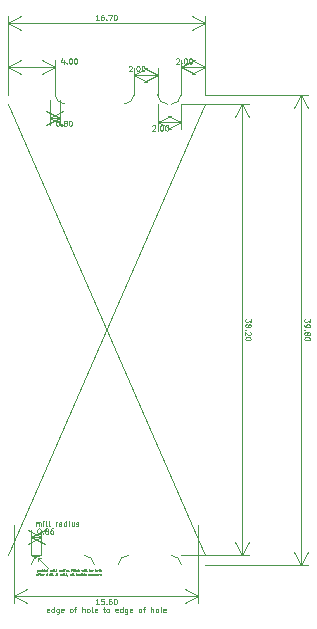
<source format=gbr>
G04 #@! TF.GenerationSoftware,KiCad,Pcbnew,5.1.4-e60b266~84~ubuntu19.04.1*
G04 #@! TF.CreationDate,2019-11-08T15:25:28-05:00*
G04 #@! TF.ProjectId,pcb2molex8878_max,70636232-6d6f-46c6-9578-383837385f6d,rev?*
G04 #@! TF.SameCoordinates,Original*
G04 #@! TF.FileFunction,Drawing*
%FSLAX46Y46*%
G04 Gerber Fmt 4.6, Leading zero omitted, Abs format (unit mm)*
G04 Created by KiCad (PCBNEW 5.1.4-e60b266~84~ubuntu19.04.1) date 2019-11-08 15:25:28*
%MOMM*%
%LPD*%
G04 APERTURE LIST*
%ADD10C,0.012700*%
%ADD11C,0.020000*%
%ADD12C,0.001000*%
%ADD13C,0.010000*%
G04 APERTURE END LIST*
D10*
X149123230Y-76897571D02*
X149145002Y-76875800D01*
X149188545Y-76854028D01*
X149297402Y-76854028D01*
X149340945Y-76875800D01*
X149362716Y-76897571D01*
X149384487Y-76941114D01*
X149384487Y-76984657D01*
X149362716Y-77049971D01*
X149101459Y-77311228D01*
X149384487Y-77311228D01*
X149580430Y-77267685D02*
X149602202Y-77289457D01*
X149580430Y-77311228D01*
X149558659Y-77289457D01*
X149580430Y-77267685D01*
X149580430Y-77311228D01*
X149885230Y-76854028D02*
X149928773Y-76854028D01*
X149972316Y-76875800D01*
X149994087Y-76897571D01*
X150015859Y-76941114D01*
X150037630Y-77028200D01*
X150037630Y-77137057D01*
X150015859Y-77224142D01*
X149994087Y-77267685D01*
X149972316Y-77289457D01*
X149928773Y-77311228D01*
X149885230Y-77311228D01*
X149841687Y-77289457D01*
X149819916Y-77267685D01*
X149798145Y-77224142D01*
X149776373Y-77137057D01*
X149776373Y-77028200D01*
X149798145Y-76941114D01*
X149819916Y-76897571D01*
X149841687Y-76875800D01*
X149885230Y-76854028D01*
X150320659Y-76854028D02*
X150364202Y-76854028D01*
X150407745Y-76875800D01*
X150429516Y-76897571D01*
X150451287Y-76941114D01*
X150473059Y-77028200D01*
X150473059Y-77137057D01*
X150451287Y-77224142D01*
X150429516Y-77267685D01*
X150407745Y-77289457D01*
X150364202Y-77311228D01*
X150320659Y-77311228D01*
X150277116Y-77289457D01*
X150255345Y-77267685D01*
X150233573Y-77224142D01*
X150211802Y-77137057D01*
X150211802Y-77028200D01*
X150233573Y-76941114D01*
X150255345Y-76897571D01*
X150277116Y-76875800D01*
X150320659Y-76854028D01*
X149568400Y-77587000D02*
X151568400Y-77587000D01*
X149568400Y-79287000D02*
X149568400Y-77000579D01*
X151568400Y-79287000D02*
X151568400Y-77000579D01*
X151568400Y-77587000D02*
X150441896Y-78173421D01*
X151568400Y-77587000D02*
X150441896Y-77000579D01*
X149568400Y-77587000D02*
X150694904Y-78173421D01*
X149568400Y-77587000D02*
X150694904Y-77000579D01*
X151123230Y-81912771D02*
X151145002Y-81891000D01*
X151188545Y-81869228D01*
X151297402Y-81869228D01*
X151340945Y-81891000D01*
X151362716Y-81912771D01*
X151384487Y-81956314D01*
X151384487Y-81999857D01*
X151362716Y-82065171D01*
X151101459Y-82326428D01*
X151384487Y-82326428D01*
X151580430Y-82282885D02*
X151602202Y-82304657D01*
X151580430Y-82326428D01*
X151558659Y-82304657D01*
X151580430Y-82282885D01*
X151580430Y-82326428D01*
X151885230Y-81869228D02*
X151928773Y-81869228D01*
X151972316Y-81891000D01*
X151994087Y-81912771D01*
X152015859Y-81956314D01*
X152037630Y-82043400D01*
X152037630Y-82152257D01*
X152015859Y-82239342D01*
X151994087Y-82282885D01*
X151972316Y-82304657D01*
X151928773Y-82326428D01*
X151885230Y-82326428D01*
X151841687Y-82304657D01*
X151819916Y-82282885D01*
X151798145Y-82239342D01*
X151776373Y-82152257D01*
X151776373Y-82043400D01*
X151798145Y-81956314D01*
X151819916Y-81912771D01*
X151841687Y-81891000D01*
X151885230Y-81869228D01*
X152320659Y-81869228D02*
X152364202Y-81869228D01*
X152407745Y-81891000D01*
X152429516Y-81912771D01*
X152451287Y-81956314D01*
X152473059Y-82043400D01*
X152473059Y-82152257D01*
X152451287Y-82239342D01*
X152429516Y-82282885D01*
X152407745Y-82304657D01*
X152364202Y-82326428D01*
X152320659Y-82326428D01*
X152277116Y-82304657D01*
X152255345Y-82282885D01*
X152233573Y-82239342D01*
X152211802Y-82152257D01*
X152211802Y-82043400D01*
X152233573Y-81956314D01*
X152255345Y-81912771D01*
X152277116Y-81891000D01*
X152320659Y-81869228D01*
X151568400Y-81637000D02*
X153568400Y-81637000D01*
X151568400Y-80087000D02*
X151568400Y-82223421D01*
X153568400Y-80087000D02*
X153568400Y-82223421D01*
X153568400Y-81637000D02*
X152441896Y-82223421D01*
X153568400Y-81637000D02*
X152441896Y-81050579D01*
X151568400Y-81637000D02*
X152694904Y-82223421D01*
X151568400Y-81637000D02*
X152694904Y-81050579D01*
X152428400Y-80087000D02*
G75*
G02X151568402Y-79284910I1J862089D01*
G01*
X149566315Y-79286855D02*
G75*
G02X148708400Y-80087000I-857915J59855D01*
G01*
X148218400Y-119087000D02*
G75*
G02X149076315Y-118286855I857915J-59855D01*
G01*
X145358400Y-118287000D02*
G75*
G02X146218398Y-119089090I-1J-862089D01*
G01*
D11*
X141418400Y-118487000D02*
X141668400Y-118487000D01*
X141418400Y-118487000D02*
X141418400Y-118737000D01*
X141418400Y-118487000D02*
X142318400Y-119387000D01*
D10*
X141294028Y-115793828D02*
X141294028Y-115489028D01*
X141294028Y-115532571D02*
X141315800Y-115510800D01*
X141359342Y-115489028D01*
X141424657Y-115489028D01*
X141468200Y-115510800D01*
X141489971Y-115554342D01*
X141489971Y-115793828D01*
X141489971Y-115554342D02*
X141511742Y-115510800D01*
X141555285Y-115489028D01*
X141620600Y-115489028D01*
X141664142Y-115510800D01*
X141685914Y-115554342D01*
X141685914Y-115793828D01*
X141903628Y-115793828D02*
X141903628Y-115489028D01*
X141903628Y-115336628D02*
X141881857Y-115358400D01*
X141903628Y-115380171D01*
X141925400Y-115358400D01*
X141903628Y-115336628D01*
X141903628Y-115380171D01*
X142186657Y-115793828D02*
X142143114Y-115772057D01*
X142121342Y-115728514D01*
X142121342Y-115336628D01*
X142426142Y-115793828D02*
X142382600Y-115772057D01*
X142360828Y-115728514D01*
X142360828Y-115336628D01*
X142948657Y-115793828D02*
X142948657Y-115489028D01*
X142948657Y-115576114D02*
X142970428Y-115532571D01*
X142992200Y-115510800D01*
X143035742Y-115489028D01*
X143079285Y-115489028D01*
X143427628Y-115793828D02*
X143427628Y-115554342D01*
X143405857Y-115510800D01*
X143362314Y-115489028D01*
X143275228Y-115489028D01*
X143231685Y-115510800D01*
X143427628Y-115772057D02*
X143384085Y-115793828D01*
X143275228Y-115793828D01*
X143231685Y-115772057D01*
X143209914Y-115728514D01*
X143209914Y-115684971D01*
X143231685Y-115641428D01*
X143275228Y-115619657D01*
X143384085Y-115619657D01*
X143427628Y-115597885D01*
X143841285Y-115793828D02*
X143841285Y-115336628D01*
X143841285Y-115772057D02*
X143797742Y-115793828D01*
X143710657Y-115793828D01*
X143667114Y-115772057D01*
X143645342Y-115750285D01*
X143623571Y-115706742D01*
X143623571Y-115576114D01*
X143645342Y-115532571D01*
X143667114Y-115510800D01*
X143710657Y-115489028D01*
X143797742Y-115489028D01*
X143841285Y-115510800D01*
X144059000Y-115793828D02*
X144059000Y-115489028D01*
X144059000Y-115336628D02*
X144037228Y-115358400D01*
X144059000Y-115380171D01*
X144080771Y-115358400D01*
X144059000Y-115336628D01*
X144059000Y-115380171D01*
X144472657Y-115489028D02*
X144472657Y-115793828D01*
X144276714Y-115489028D02*
X144276714Y-115728514D01*
X144298485Y-115772057D01*
X144342028Y-115793828D01*
X144407342Y-115793828D01*
X144450885Y-115772057D01*
X144472657Y-115750285D01*
X144668600Y-115772057D02*
X144712142Y-115793828D01*
X144799228Y-115793828D01*
X144842771Y-115772057D01*
X144864542Y-115728514D01*
X144864542Y-115706742D01*
X144842771Y-115663200D01*
X144799228Y-115641428D01*
X144733914Y-115641428D01*
X144690371Y-115619657D01*
X144668600Y-115576114D01*
X144668600Y-115554342D01*
X144690371Y-115510800D01*
X144733914Y-115489028D01*
X144799228Y-115489028D01*
X144842771Y-115510800D01*
X141385066Y-119977476D02*
X141385066Y-119872714D01*
X141375542Y-119853666D01*
X141356495Y-119844142D01*
X141318400Y-119844142D01*
X141299352Y-119853666D01*
X141385066Y-119967952D02*
X141366019Y-119977476D01*
X141318400Y-119977476D01*
X141299352Y-119967952D01*
X141289828Y-119948904D01*
X141289828Y-119929857D01*
X141299352Y-119910809D01*
X141318400Y-119901285D01*
X141366019Y-119901285D01*
X141385066Y-119891761D01*
X141451733Y-119844142D02*
X141527923Y-119844142D01*
X141480304Y-119977476D02*
X141480304Y-119806047D01*
X141489828Y-119787000D01*
X141508876Y-119777476D01*
X141527923Y-119777476D01*
X141566019Y-119844142D02*
X141642209Y-119844142D01*
X141594590Y-119777476D02*
X141594590Y-119948904D01*
X141604114Y-119967952D01*
X141623161Y-119977476D01*
X141642209Y-119977476D01*
X141785066Y-119967952D02*
X141766019Y-119977476D01*
X141727923Y-119977476D01*
X141708876Y-119967952D01*
X141699352Y-119948904D01*
X141699352Y-119872714D01*
X141708876Y-119853666D01*
X141727923Y-119844142D01*
X141766019Y-119844142D01*
X141785066Y-119853666D01*
X141794590Y-119872714D01*
X141794590Y-119891761D01*
X141699352Y-119910809D01*
X141880304Y-119977476D02*
X141880304Y-119844142D01*
X141880304Y-119882238D02*
X141889828Y-119863190D01*
X141899352Y-119853666D01*
X141918400Y-119844142D01*
X141937447Y-119844142D01*
X142242209Y-119977476D02*
X142242209Y-119777476D01*
X142242209Y-119967952D02*
X142223161Y-119977476D01*
X142185066Y-119977476D01*
X142166019Y-119967952D01*
X142156495Y-119958428D01*
X142146971Y-119939380D01*
X142146971Y-119882238D01*
X142156495Y-119863190D01*
X142166019Y-119853666D01*
X142185066Y-119844142D01*
X142223161Y-119844142D01*
X142242209Y-119853666D01*
X142337447Y-119977476D02*
X142337447Y-119844142D01*
X142337447Y-119882238D02*
X142346971Y-119863190D01*
X142356495Y-119853666D01*
X142375542Y-119844142D01*
X142394590Y-119844142D01*
X142461257Y-119977476D02*
X142461257Y-119844142D01*
X142461257Y-119777476D02*
X142451733Y-119787000D01*
X142461257Y-119796523D01*
X142470780Y-119787000D01*
X142461257Y-119777476D01*
X142461257Y-119796523D01*
X142585066Y-119977476D02*
X142566019Y-119967952D01*
X142556495Y-119948904D01*
X142556495Y-119777476D01*
X142689828Y-119977476D02*
X142670780Y-119967952D01*
X142661257Y-119948904D01*
X142661257Y-119777476D01*
X143080304Y-119977476D02*
X143070780Y-119977476D01*
X143051733Y-119967952D01*
X143023161Y-119939380D01*
X142975542Y-119882238D01*
X142956495Y-119853666D01*
X142946971Y-119825095D01*
X142946971Y-119806047D01*
X142956495Y-119787000D01*
X142975542Y-119777476D01*
X142985066Y-119777476D01*
X143004114Y-119787000D01*
X143013638Y-119806047D01*
X143013638Y-119815571D01*
X143004114Y-119834619D01*
X142994590Y-119844142D01*
X142937447Y-119882238D01*
X142927923Y-119891761D01*
X142918400Y-119910809D01*
X142918400Y-119939380D01*
X142927923Y-119958428D01*
X142937447Y-119967952D01*
X142956495Y-119977476D01*
X142985066Y-119977476D01*
X143004114Y-119967952D01*
X143013638Y-119958428D01*
X143042209Y-119920333D01*
X143051733Y-119891761D01*
X143051733Y-119872714D01*
X143318400Y-119977476D02*
X143318400Y-119844142D01*
X143318400Y-119863190D02*
X143327923Y-119853666D01*
X143346971Y-119844142D01*
X143375542Y-119844142D01*
X143394590Y-119853666D01*
X143404114Y-119872714D01*
X143404114Y-119977476D01*
X143404114Y-119872714D02*
X143413638Y-119853666D01*
X143432685Y-119844142D01*
X143461257Y-119844142D01*
X143480304Y-119853666D01*
X143489828Y-119872714D01*
X143489828Y-119977476D01*
X143585066Y-119977476D02*
X143585066Y-119844142D01*
X143585066Y-119777476D02*
X143575542Y-119787000D01*
X143585066Y-119796523D01*
X143594590Y-119787000D01*
X143585066Y-119777476D01*
X143585066Y-119796523D01*
X143708876Y-119977476D02*
X143689828Y-119967952D01*
X143680304Y-119948904D01*
X143680304Y-119777476D01*
X143813638Y-119977476D02*
X143794590Y-119967952D01*
X143785066Y-119948904D01*
X143785066Y-119777476D01*
X143899352Y-119967952D02*
X143899352Y-119977476D01*
X143889828Y-119996523D01*
X143880304Y-120006047D01*
X144223161Y-119977476D02*
X144223161Y-119872714D01*
X144213638Y-119853666D01*
X144194590Y-119844142D01*
X144156495Y-119844142D01*
X144137447Y-119853666D01*
X144223161Y-119967952D02*
X144204114Y-119977476D01*
X144156495Y-119977476D01*
X144137447Y-119967952D01*
X144127923Y-119948904D01*
X144127923Y-119929857D01*
X144137447Y-119910809D01*
X144156495Y-119901285D01*
X144204114Y-119901285D01*
X144223161Y-119891761D01*
X144346971Y-119977476D02*
X144327923Y-119967952D01*
X144318400Y-119948904D01*
X144318400Y-119777476D01*
X144451733Y-119977476D02*
X144432685Y-119967952D01*
X144423161Y-119948904D01*
X144423161Y-119777476D01*
X144680304Y-119977476D02*
X144680304Y-119844142D01*
X144680304Y-119777476D02*
X144670780Y-119787000D01*
X144680304Y-119796523D01*
X144689828Y-119787000D01*
X144680304Y-119777476D01*
X144680304Y-119796523D01*
X144775542Y-119844142D02*
X144775542Y-119977476D01*
X144775542Y-119863190D02*
X144785066Y-119853666D01*
X144804114Y-119844142D01*
X144832685Y-119844142D01*
X144851733Y-119853666D01*
X144861257Y-119872714D01*
X144861257Y-119977476D01*
X144946971Y-119967952D02*
X144966019Y-119977476D01*
X145004114Y-119977476D01*
X145023161Y-119967952D01*
X145032685Y-119948904D01*
X145032685Y-119939380D01*
X145023161Y-119920333D01*
X145004114Y-119910809D01*
X144975542Y-119910809D01*
X144956495Y-119901285D01*
X144946971Y-119882238D01*
X144946971Y-119872714D01*
X144956495Y-119853666D01*
X144975542Y-119844142D01*
X145004114Y-119844142D01*
X145023161Y-119853666D01*
X145118400Y-119977476D02*
X145118400Y-119844142D01*
X145118400Y-119777476D02*
X145108876Y-119787000D01*
X145118400Y-119796523D01*
X145127923Y-119787000D01*
X145118400Y-119777476D01*
X145118400Y-119796523D01*
X145299352Y-119977476D02*
X145299352Y-119777476D01*
X145299352Y-119967952D02*
X145280304Y-119977476D01*
X145242209Y-119977476D01*
X145223161Y-119967952D01*
X145213638Y-119958428D01*
X145204114Y-119939380D01*
X145204114Y-119882238D01*
X145213638Y-119863190D01*
X145223161Y-119853666D01*
X145242209Y-119844142D01*
X145280304Y-119844142D01*
X145299352Y-119853666D01*
X145470780Y-119967952D02*
X145451733Y-119977476D01*
X145413638Y-119977476D01*
X145394590Y-119967952D01*
X145385066Y-119948904D01*
X145385066Y-119872714D01*
X145394590Y-119853666D01*
X145413638Y-119844142D01*
X145451733Y-119844142D01*
X145470780Y-119853666D01*
X145480304Y-119872714D01*
X145480304Y-119891761D01*
X145385066Y-119910809D01*
X145804114Y-119967952D02*
X145785066Y-119977476D01*
X145746971Y-119977476D01*
X145727923Y-119967952D01*
X145718400Y-119958428D01*
X145708876Y-119939380D01*
X145708876Y-119882238D01*
X145718400Y-119863190D01*
X145727923Y-119853666D01*
X145746971Y-119844142D01*
X145785066Y-119844142D01*
X145804114Y-119853666D01*
X145918400Y-119977476D02*
X145899352Y-119967952D01*
X145889828Y-119958428D01*
X145880304Y-119939380D01*
X145880304Y-119882238D01*
X145889828Y-119863190D01*
X145899352Y-119853666D01*
X145918400Y-119844142D01*
X145946971Y-119844142D01*
X145966019Y-119853666D01*
X145975542Y-119863190D01*
X145985066Y-119882238D01*
X145985066Y-119939380D01*
X145975542Y-119958428D01*
X145966019Y-119967952D01*
X145946971Y-119977476D01*
X145918400Y-119977476D01*
X146070780Y-119977476D02*
X146070780Y-119844142D01*
X146070780Y-119882238D02*
X146080304Y-119863190D01*
X146089828Y-119853666D01*
X146108876Y-119844142D01*
X146127923Y-119844142D01*
X146194590Y-119844142D02*
X146194590Y-119977476D01*
X146194590Y-119863190D02*
X146204114Y-119853666D01*
X146223161Y-119844142D01*
X146251733Y-119844142D01*
X146270780Y-119853666D01*
X146280304Y-119872714D01*
X146280304Y-119977476D01*
X146451733Y-119967952D02*
X146432685Y-119977476D01*
X146394590Y-119977476D01*
X146375542Y-119967952D01*
X146366019Y-119948904D01*
X146366019Y-119872714D01*
X146375542Y-119853666D01*
X146394590Y-119844142D01*
X146432685Y-119844142D01*
X146451733Y-119853666D01*
X146461257Y-119872714D01*
X146461257Y-119891761D01*
X146366019Y-119910809D01*
X146546971Y-119977476D02*
X146546971Y-119844142D01*
X146546971Y-119882238D02*
X146556495Y-119863190D01*
X146566019Y-119853666D01*
X146585066Y-119844142D01*
X146604114Y-119844142D01*
X146661257Y-119967952D02*
X146680304Y-119977476D01*
X146718400Y-119977476D01*
X146737447Y-119967952D01*
X146746971Y-119948904D01*
X146746971Y-119939380D01*
X146737447Y-119920333D01*
X146718400Y-119910809D01*
X146689828Y-119910809D01*
X146670780Y-119901285D01*
X146661257Y-119882238D01*
X146661257Y-119872714D01*
X146670780Y-119853666D01*
X146689828Y-119844142D01*
X146718400Y-119844142D01*
X146737447Y-119853666D01*
X143619854Y-76356428D02*
X143619854Y-76661228D01*
X143510996Y-76182257D02*
X143402139Y-76508828D01*
X143685168Y-76508828D01*
X143859339Y-76617685D02*
X143881111Y-76639457D01*
X143859339Y-76661228D01*
X143837568Y-76639457D01*
X143859339Y-76617685D01*
X143859339Y-76661228D01*
X144164139Y-76204028D02*
X144207682Y-76204028D01*
X144251225Y-76225800D01*
X144272996Y-76247571D01*
X144294768Y-76291114D01*
X144316539Y-76378200D01*
X144316539Y-76487057D01*
X144294768Y-76574142D01*
X144272996Y-76617685D01*
X144251225Y-76639457D01*
X144207682Y-76661228D01*
X144164139Y-76661228D01*
X144120596Y-76639457D01*
X144098825Y-76617685D01*
X144077054Y-76574142D01*
X144055282Y-76487057D01*
X144055282Y-76378200D01*
X144077054Y-76291114D01*
X144098825Y-76247571D01*
X144120596Y-76225800D01*
X144164139Y-76204028D01*
X144599568Y-76204028D02*
X144643111Y-76204028D01*
X144686654Y-76225800D01*
X144708425Y-76247571D01*
X144730196Y-76291114D01*
X144751968Y-76378200D01*
X144751968Y-76487057D01*
X144730196Y-76574142D01*
X144708425Y-76617685D01*
X144686654Y-76639457D01*
X144643111Y-76661228D01*
X144599568Y-76661228D01*
X144556025Y-76639457D01*
X144534254Y-76617685D01*
X144512482Y-76574142D01*
X144490711Y-76487057D01*
X144490711Y-76378200D01*
X144512482Y-76291114D01*
X144534254Y-76247571D01*
X144556025Y-76225800D01*
X144599568Y-76204028D01*
X138868399Y-76937001D02*
X142868400Y-76937000D01*
X138868400Y-79287000D02*
X138868399Y-76350580D01*
X142868401Y-79286999D02*
X142868400Y-76350579D01*
X142868400Y-76937000D02*
X141741896Y-77523421D01*
X142868400Y-76937000D02*
X141741896Y-76350580D01*
X138868399Y-76937001D02*
X139994903Y-77523421D01*
X138868399Y-76937001D02*
X139994903Y-76350580D01*
X141332685Y-119494142D02*
X141332685Y-119694142D01*
X141332685Y-119503666D02*
X141351733Y-119494142D01*
X141389828Y-119494142D01*
X141408876Y-119503666D01*
X141418400Y-119513190D01*
X141427923Y-119532238D01*
X141427923Y-119589380D01*
X141418400Y-119608428D01*
X141408876Y-119617952D01*
X141389828Y-119627476D01*
X141351733Y-119627476D01*
X141332685Y-119617952D01*
X141599352Y-119627476D02*
X141599352Y-119522714D01*
X141589828Y-119503666D01*
X141570780Y-119494142D01*
X141532685Y-119494142D01*
X141513638Y-119503666D01*
X141599352Y-119617952D02*
X141580304Y-119627476D01*
X141532685Y-119627476D01*
X141513638Y-119617952D01*
X141504114Y-119598904D01*
X141504114Y-119579857D01*
X141513638Y-119560809D01*
X141532685Y-119551285D01*
X141580304Y-119551285D01*
X141599352Y-119541761D01*
X141694590Y-119627476D02*
X141694590Y-119494142D01*
X141694590Y-119532238D02*
X141704114Y-119513190D01*
X141713638Y-119503666D01*
X141732685Y-119494142D01*
X141751733Y-119494142D01*
X141789828Y-119494142D02*
X141866019Y-119494142D01*
X141818400Y-119427476D02*
X141818400Y-119598904D01*
X141827923Y-119617952D01*
X141846971Y-119627476D01*
X141866019Y-119627476D01*
X141932685Y-119627476D02*
X141932685Y-119494142D01*
X141932685Y-119427476D02*
X141923161Y-119437000D01*
X141932685Y-119446523D01*
X141942209Y-119437000D01*
X141932685Y-119427476D01*
X141932685Y-119446523D01*
X142113638Y-119627476D02*
X142113638Y-119522714D01*
X142104114Y-119503666D01*
X142085066Y-119494142D01*
X142046971Y-119494142D01*
X142027923Y-119503666D01*
X142113638Y-119617952D02*
X142094590Y-119627476D01*
X142046971Y-119627476D01*
X142027923Y-119617952D01*
X142018400Y-119598904D01*
X142018400Y-119579857D01*
X142027923Y-119560809D01*
X142046971Y-119551285D01*
X142094590Y-119551285D01*
X142113638Y-119541761D01*
X142237447Y-119627476D02*
X142218400Y-119617952D01*
X142208876Y-119598904D01*
X142208876Y-119427476D01*
X142466019Y-119627476D02*
X142466019Y-119494142D01*
X142466019Y-119513190D02*
X142475542Y-119503666D01*
X142494590Y-119494142D01*
X142523161Y-119494142D01*
X142542209Y-119503666D01*
X142551733Y-119522714D01*
X142551733Y-119627476D01*
X142551733Y-119522714D02*
X142561257Y-119503666D01*
X142580304Y-119494142D01*
X142608876Y-119494142D01*
X142627923Y-119503666D01*
X142637447Y-119522714D01*
X142637447Y-119627476D01*
X142732685Y-119627476D02*
X142732685Y-119494142D01*
X142732685Y-119427476D02*
X142723161Y-119437000D01*
X142732685Y-119446523D01*
X142742209Y-119437000D01*
X142732685Y-119427476D01*
X142732685Y-119446523D01*
X142856495Y-119627476D02*
X142837447Y-119617952D01*
X142827923Y-119598904D01*
X142827923Y-119427476D01*
X142961257Y-119627476D02*
X142942209Y-119617952D01*
X142932685Y-119598904D01*
X142932685Y-119427476D01*
X143189828Y-119627476D02*
X143189828Y-119494142D01*
X143189828Y-119532238D02*
X143199352Y-119513190D01*
X143208876Y-119503666D01*
X143227923Y-119494142D01*
X143246971Y-119494142D01*
X143399352Y-119627476D02*
X143399352Y-119522714D01*
X143389828Y-119503666D01*
X143370780Y-119494142D01*
X143332685Y-119494142D01*
X143313638Y-119503666D01*
X143399352Y-119617952D02*
X143380304Y-119627476D01*
X143332685Y-119627476D01*
X143313638Y-119617952D01*
X143304114Y-119598904D01*
X143304114Y-119579857D01*
X143313638Y-119560809D01*
X143332685Y-119551285D01*
X143380304Y-119551285D01*
X143399352Y-119541761D01*
X143580304Y-119627476D02*
X143580304Y-119427476D01*
X143580304Y-119617952D02*
X143561257Y-119627476D01*
X143523161Y-119627476D01*
X143504114Y-119617952D01*
X143494590Y-119608428D01*
X143485066Y-119589380D01*
X143485066Y-119532238D01*
X143494590Y-119513190D01*
X143504114Y-119503666D01*
X143523161Y-119494142D01*
X143561257Y-119494142D01*
X143580304Y-119503666D01*
X143675542Y-119627476D02*
X143675542Y-119494142D01*
X143675542Y-119427476D02*
X143666019Y-119437000D01*
X143675542Y-119446523D01*
X143685066Y-119437000D01*
X143675542Y-119427476D01*
X143675542Y-119446523D01*
X143856495Y-119494142D02*
X143856495Y-119627476D01*
X143770780Y-119494142D02*
X143770780Y-119598904D01*
X143780304Y-119617952D01*
X143799352Y-119627476D01*
X143827923Y-119627476D01*
X143846971Y-119617952D01*
X143856495Y-119608428D01*
X143942209Y-119617952D02*
X143961257Y-119627476D01*
X143999352Y-119627476D01*
X144018400Y-119617952D01*
X144027923Y-119598904D01*
X144027923Y-119589380D01*
X144018400Y-119570333D01*
X143999352Y-119560809D01*
X143970780Y-119560809D01*
X143951733Y-119551285D01*
X143942209Y-119532238D01*
X143942209Y-119522714D01*
X143951733Y-119503666D01*
X143970780Y-119494142D01*
X143999352Y-119494142D01*
X144018400Y-119503666D01*
X144237447Y-119494142D02*
X144313638Y-119494142D01*
X144266019Y-119627476D02*
X144266019Y-119456047D01*
X144275542Y-119437000D01*
X144294590Y-119427476D01*
X144313638Y-119427476D01*
X144380304Y-119627476D02*
X144380304Y-119494142D01*
X144380304Y-119427476D02*
X144370780Y-119437000D01*
X144380304Y-119446523D01*
X144389828Y-119437000D01*
X144380304Y-119427476D01*
X144380304Y-119446523D01*
X144504114Y-119627476D02*
X144485066Y-119617952D01*
X144475542Y-119598904D01*
X144475542Y-119427476D01*
X144608876Y-119627476D02*
X144589828Y-119617952D01*
X144580304Y-119598904D01*
X144580304Y-119427476D01*
X144761257Y-119617952D02*
X144742209Y-119627476D01*
X144704114Y-119627476D01*
X144685066Y-119617952D01*
X144675542Y-119598904D01*
X144675542Y-119522714D01*
X144685066Y-119503666D01*
X144704114Y-119494142D01*
X144742209Y-119494142D01*
X144761257Y-119503666D01*
X144770780Y-119522714D01*
X144770780Y-119541761D01*
X144675542Y-119560809D01*
X144827923Y-119494142D02*
X144904114Y-119494142D01*
X144856495Y-119427476D02*
X144856495Y-119598904D01*
X144866019Y-119617952D01*
X144885066Y-119627476D01*
X144904114Y-119627476D01*
X145104114Y-119494142D02*
X145142209Y-119627476D01*
X145180304Y-119532238D01*
X145218400Y-119627476D01*
X145256495Y-119494142D01*
X145332685Y-119627476D02*
X145332685Y-119494142D01*
X145332685Y-119427476D02*
X145323161Y-119437000D01*
X145332685Y-119446523D01*
X145342209Y-119437000D01*
X145332685Y-119427476D01*
X145332685Y-119446523D01*
X145456495Y-119627476D02*
X145437447Y-119617952D01*
X145427923Y-119598904D01*
X145427923Y-119427476D01*
X145561257Y-119627476D02*
X145542209Y-119617952D01*
X145532685Y-119598904D01*
X145532685Y-119427476D01*
X145789828Y-119627476D02*
X145789828Y-119427476D01*
X145789828Y-119503666D02*
X145808876Y-119494142D01*
X145846971Y-119494142D01*
X145866019Y-119503666D01*
X145875542Y-119513190D01*
X145885066Y-119532238D01*
X145885066Y-119589380D01*
X145875542Y-119608428D01*
X145866019Y-119617952D01*
X145846971Y-119627476D01*
X145808876Y-119627476D01*
X145789828Y-119617952D01*
X146046971Y-119617952D02*
X146027923Y-119627476D01*
X145989828Y-119627476D01*
X145970780Y-119617952D01*
X145961257Y-119598904D01*
X145961257Y-119522714D01*
X145970780Y-119503666D01*
X145989828Y-119494142D01*
X146027923Y-119494142D01*
X146046971Y-119503666D01*
X146056495Y-119522714D01*
X146056495Y-119541761D01*
X145961257Y-119560809D01*
X146323161Y-119627476D02*
X146304114Y-119617952D01*
X146294590Y-119598904D01*
X146294590Y-119427476D01*
X146475542Y-119617952D02*
X146456495Y-119627476D01*
X146418400Y-119627476D01*
X146399352Y-119617952D01*
X146389828Y-119598904D01*
X146389828Y-119522714D01*
X146399352Y-119503666D01*
X146418400Y-119494142D01*
X146456495Y-119494142D01*
X146475542Y-119503666D01*
X146485066Y-119522714D01*
X146485066Y-119541761D01*
X146389828Y-119560809D01*
X146542209Y-119494142D02*
X146618400Y-119494142D01*
X146570780Y-119627476D02*
X146570780Y-119456047D01*
X146580304Y-119437000D01*
X146599352Y-119427476D01*
X146618400Y-119427476D01*
X146656495Y-119494142D02*
X146732685Y-119494142D01*
X146685066Y-119427476D02*
X146685066Y-119598904D01*
X146694590Y-119617952D01*
X146713638Y-119627476D01*
X146732685Y-119627476D01*
D12*
G36*
X141728400Y-118286855D02*
G01*
X141597380Y-118297960D01*
X141521180Y-118313200D01*
X141475460Y-118325900D01*
X141417040Y-118346220D01*
X141373860Y-118364000D01*
X141307820Y-118397020D01*
X141287500Y-118409720D01*
X141272260Y-118419880D01*
X141239240Y-118440200D01*
X141208760Y-118463060D01*
X141183724Y-118481284D01*
X141157960Y-118440200D01*
X141132560Y-118407180D01*
X141102080Y-118376700D01*
X141071600Y-118351300D01*
X141028420Y-118325900D01*
X140995400Y-118310660D01*
X140964920Y-118300500D01*
X140929360Y-118292880D01*
X140909040Y-118290340D01*
X140868400Y-118286575D01*
X141728400Y-118286855D01*
G37*
X141728400Y-118286855D02*
X141597380Y-118297960D01*
X141521180Y-118313200D01*
X141475460Y-118325900D01*
X141417040Y-118346220D01*
X141373860Y-118364000D01*
X141307820Y-118397020D01*
X141287500Y-118409720D01*
X141272260Y-118419880D01*
X141239240Y-118440200D01*
X141208760Y-118463060D01*
X141183724Y-118481284D01*
X141157960Y-118440200D01*
X141132560Y-118407180D01*
X141102080Y-118376700D01*
X141071600Y-118351300D01*
X141028420Y-118325900D01*
X140995400Y-118310660D01*
X140964920Y-118300500D01*
X140929360Y-118292880D01*
X140909040Y-118290340D01*
X140868400Y-118286575D01*
X141728400Y-118286855D01*
D10*
X141502255Y-116004100D02*
X141545798Y-116004100D01*
X141589341Y-116025872D01*
X141611113Y-116047643D01*
X141632884Y-116091186D01*
X141654655Y-116178272D01*
X141654655Y-116287129D01*
X141632884Y-116374214D01*
X141611113Y-116417757D01*
X141589341Y-116439529D01*
X141545798Y-116461300D01*
X141502255Y-116461300D01*
X141458713Y-116439529D01*
X141436941Y-116417757D01*
X141415170Y-116374214D01*
X141393398Y-116287129D01*
X141393398Y-116178272D01*
X141415170Y-116091186D01*
X141436941Y-116047643D01*
X141458713Y-116025872D01*
X141502255Y-116004100D01*
X141850598Y-116417757D02*
X141872370Y-116439529D01*
X141850598Y-116461300D01*
X141828827Y-116439529D01*
X141850598Y-116417757D01*
X141850598Y-116461300D01*
X142133627Y-116200043D02*
X142090084Y-116178272D01*
X142068313Y-116156500D01*
X142046541Y-116112957D01*
X142046541Y-116091186D01*
X142068313Y-116047643D01*
X142090084Y-116025872D01*
X142133627Y-116004100D01*
X142220713Y-116004100D01*
X142264255Y-116025872D01*
X142286027Y-116047643D01*
X142307798Y-116091186D01*
X142307798Y-116112957D01*
X142286027Y-116156500D01*
X142264255Y-116178272D01*
X142220713Y-116200043D01*
X142133627Y-116200043D01*
X142090084Y-116221814D01*
X142068313Y-116243586D01*
X142046541Y-116287129D01*
X142046541Y-116374214D01*
X142068313Y-116417757D01*
X142090084Y-116439529D01*
X142133627Y-116461300D01*
X142220713Y-116461300D01*
X142264255Y-116439529D01*
X142286027Y-116417757D01*
X142307798Y-116374214D01*
X142307798Y-116287129D01*
X142286027Y-116243586D01*
X142264255Y-116221814D01*
X142220713Y-116200043D01*
X142699684Y-116004100D02*
X142612598Y-116004100D01*
X142569055Y-116025872D01*
X142547284Y-116047643D01*
X142503741Y-116112957D01*
X142481970Y-116200043D01*
X142481970Y-116374214D01*
X142503741Y-116417757D01*
X142525513Y-116439529D01*
X142569055Y-116461300D01*
X142656141Y-116461300D01*
X142699684Y-116439529D01*
X142721455Y-116417757D01*
X142743227Y-116374214D01*
X142743227Y-116265357D01*
X142721455Y-116221814D01*
X142699684Y-116200043D01*
X142656141Y-116178272D01*
X142569055Y-116178272D01*
X142525513Y-116200043D01*
X142503741Y-116221814D01*
X142481970Y-116265357D01*
X140868139Y-116737145D02*
X141728139Y-116737000D01*
X140868400Y-118287000D02*
X140868040Y-116150724D01*
X141728400Y-118286855D02*
X141728040Y-116150579D01*
X141728139Y-116737000D02*
X140601734Y-117323611D01*
X141728139Y-116737000D02*
X140601536Y-116150769D01*
X140868139Y-116737145D02*
X141994742Y-117323376D01*
X140868139Y-116737145D02*
X141994544Y-116150534D01*
X141183724Y-118481284D02*
G75*
G02X141728400Y-118286855I544676J-665716D01*
G01*
X140868400Y-118286575D02*
G75*
G02X141183359Y-118483381I0J-350425D01*
G01*
X140868400Y-118287000D02*
X141728400Y-118286855D01*
X142374257Y-123072057D02*
X142330714Y-123093828D01*
X142243628Y-123093828D01*
X142200085Y-123072057D01*
X142178314Y-123028514D01*
X142178314Y-122854342D01*
X142200085Y-122810800D01*
X142243628Y-122789028D01*
X142330714Y-122789028D01*
X142374257Y-122810800D01*
X142396028Y-122854342D01*
X142396028Y-122897885D01*
X142178314Y-122941428D01*
X142787914Y-123093828D02*
X142787914Y-122636628D01*
X142787914Y-123072057D02*
X142744371Y-123093828D01*
X142657285Y-123093828D01*
X142613742Y-123072057D01*
X142591971Y-123050285D01*
X142570200Y-123006742D01*
X142570200Y-122876114D01*
X142591971Y-122832571D01*
X142613742Y-122810800D01*
X142657285Y-122789028D01*
X142744371Y-122789028D01*
X142787914Y-122810800D01*
X143201571Y-122789028D02*
X143201571Y-123159142D01*
X143179800Y-123202685D01*
X143158028Y-123224457D01*
X143114485Y-123246228D01*
X143049171Y-123246228D01*
X143005628Y-123224457D01*
X143201571Y-123072057D02*
X143158028Y-123093828D01*
X143070942Y-123093828D01*
X143027400Y-123072057D01*
X143005628Y-123050285D01*
X142983857Y-123006742D01*
X142983857Y-122876114D01*
X143005628Y-122832571D01*
X143027400Y-122810800D01*
X143070942Y-122789028D01*
X143158028Y-122789028D01*
X143201571Y-122810800D01*
X143593457Y-123072057D02*
X143549914Y-123093828D01*
X143462828Y-123093828D01*
X143419285Y-123072057D01*
X143397514Y-123028514D01*
X143397514Y-122854342D01*
X143419285Y-122810800D01*
X143462828Y-122789028D01*
X143549914Y-122789028D01*
X143593457Y-122810800D01*
X143615228Y-122854342D01*
X143615228Y-122897885D01*
X143397514Y-122941428D01*
X144224828Y-123093828D02*
X144181285Y-123072057D01*
X144159514Y-123050285D01*
X144137742Y-123006742D01*
X144137742Y-122876114D01*
X144159514Y-122832571D01*
X144181285Y-122810800D01*
X144224828Y-122789028D01*
X144290142Y-122789028D01*
X144333685Y-122810800D01*
X144355457Y-122832571D01*
X144377228Y-122876114D01*
X144377228Y-123006742D01*
X144355457Y-123050285D01*
X144333685Y-123072057D01*
X144290142Y-123093828D01*
X144224828Y-123093828D01*
X144507857Y-122789028D02*
X144682028Y-122789028D01*
X144573171Y-123093828D02*
X144573171Y-122701942D01*
X144594942Y-122658400D01*
X144638485Y-122636628D01*
X144682028Y-122636628D01*
X145182771Y-123093828D02*
X145182771Y-122636628D01*
X145378714Y-123093828D02*
X145378714Y-122854342D01*
X145356942Y-122810800D01*
X145313400Y-122789028D01*
X145248085Y-122789028D01*
X145204542Y-122810800D01*
X145182771Y-122832571D01*
X145661742Y-123093828D02*
X145618200Y-123072057D01*
X145596428Y-123050285D01*
X145574657Y-123006742D01*
X145574657Y-122876114D01*
X145596428Y-122832571D01*
X145618200Y-122810800D01*
X145661742Y-122789028D01*
X145727057Y-122789028D01*
X145770600Y-122810800D01*
X145792371Y-122832571D01*
X145814142Y-122876114D01*
X145814142Y-123006742D01*
X145792371Y-123050285D01*
X145770600Y-123072057D01*
X145727057Y-123093828D01*
X145661742Y-123093828D01*
X146075400Y-123093828D02*
X146031857Y-123072057D01*
X146010085Y-123028514D01*
X146010085Y-122636628D01*
X146423742Y-123072057D02*
X146380200Y-123093828D01*
X146293114Y-123093828D01*
X146249571Y-123072057D01*
X146227800Y-123028514D01*
X146227800Y-122854342D01*
X146249571Y-122810800D01*
X146293114Y-122789028D01*
X146380200Y-122789028D01*
X146423742Y-122810800D01*
X146445514Y-122854342D01*
X146445514Y-122897885D01*
X146227800Y-122941428D01*
X146924485Y-122789028D02*
X147098657Y-122789028D01*
X146989800Y-122636628D02*
X146989800Y-123028514D01*
X147011571Y-123072057D01*
X147055114Y-123093828D01*
X147098657Y-123093828D01*
X147316371Y-123093828D02*
X147272828Y-123072057D01*
X147251057Y-123050285D01*
X147229285Y-123006742D01*
X147229285Y-122876114D01*
X147251057Y-122832571D01*
X147272828Y-122810800D01*
X147316371Y-122789028D01*
X147381685Y-122789028D01*
X147425228Y-122810800D01*
X147447000Y-122832571D01*
X147468771Y-122876114D01*
X147468771Y-123006742D01*
X147447000Y-123050285D01*
X147425228Y-123072057D01*
X147381685Y-123093828D01*
X147316371Y-123093828D01*
X148187228Y-123072057D02*
X148143685Y-123093828D01*
X148056600Y-123093828D01*
X148013057Y-123072057D01*
X147991285Y-123028514D01*
X147991285Y-122854342D01*
X148013057Y-122810800D01*
X148056600Y-122789028D01*
X148143685Y-122789028D01*
X148187228Y-122810800D01*
X148209000Y-122854342D01*
X148209000Y-122897885D01*
X147991285Y-122941428D01*
X148600885Y-123093828D02*
X148600885Y-122636628D01*
X148600885Y-123072057D02*
X148557342Y-123093828D01*
X148470257Y-123093828D01*
X148426714Y-123072057D01*
X148404942Y-123050285D01*
X148383171Y-123006742D01*
X148383171Y-122876114D01*
X148404942Y-122832571D01*
X148426714Y-122810800D01*
X148470257Y-122789028D01*
X148557342Y-122789028D01*
X148600885Y-122810800D01*
X149014542Y-122789028D02*
X149014542Y-123159142D01*
X148992771Y-123202685D01*
X148971000Y-123224457D01*
X148927457Y-123246228D01*
X148862142Y-123246228D01*
X148818600Y-123224457D01*
X149014542Y-123072057D02*
X148971000Y-123093828D01*
X148883914Y-123093828D01*
X148840371Y-123072057D01*
X148818600Y-123050285D01*
X148796828Y-123006742D01*
X148796828Y-122876114D01*
X148818600Y-122832571D01*
X148840371Y-122810800D01*
X148883914Y-122789028D01*
X148971000Y-122789028D01*
X149014542Y-122810800D01*
X149406428Y-123072057D02*
X149362885Y-123093828D01*
X149275800Y-123093828D01*
X149232257Y-123072057D01*
X149210485Y-123028514D01*
X149210485Y-122854342D01*
X149232257Y-122810800D01*
X149275800Y-122789028D01*
X149362885Y-122789028D01*
X149406428Y-122810800D01*
X149428200Y-122854342D01*
X149428200Y-122897885D01*
X149210485Y-122941428D01*
X150037800Y-123093828D02*
X149994257Y-123072057D01*
X149972485Y-123050285D01*
X149950714Y-123006742D01*
X149950714Y-122876114D01*
X149972485Y-122832571D01*
X149994257Y-122810800D01*
X150037800Y-122789028D01*
X150103114Y-122789028D01*
X150146657Y-122810800D01*
X150168428Y-122832571D01*
X150190200Y-122876114D01*
X150190200Y-123006742D01*
X150168428Y-123050285D01*
X150146657Y-123072057D01*
X150103114Y-123093828D01*
X150037800Y-123093828D01*
X150320828Y-122789028D02*
X150495000Y-122789028D01*
X150386142Y-123093828D02*
X150386142Y-122701942D01*
X150407914Y-122658400D01*
X150451457Y-122636628D01*
X150495000Y-122636628D01*
X150995742Y-123093828D02*
X150995742Y-122636628D01*
X151191685Y-123093828D02*
X151191685Y-122854342D01*
X151169914Y-122810800D01*
X151126371Y-122789028D01*
X151061057Y-122789028D01*
X151017514Y-122810800D01*
X150995742Y-122832571D01*
X151474714Y-123093828D02*
X151431171Y-123072057D01*
X151409400Y-123050285D01*
X151387628Y-123006742D01*
X151387628Y-122876114D01*
X151409400Y-122832571D01*
X151431171Y-122810800D01*
X151474714Y-122789028D01*
X151540028Y-122789028D01*
X151583571Y-122810800D01*
X151605342Y-122832571D01*
X151627114Y-122876114D01*
X151627114Y-123006742D01*
X151605342Y-123050285D01*
X151583571Y-123072057D01*
X151540028Y-123093828D01*
X151474714Y-123093828D01*
X151888371Y-123093828D02*
X151844828Y-123072057D01*
X151823057Y-123028514D01*
X151823057Y-122636628D01*
X152236714Y-123072057D02*
X152193171Y-123093828D01*
X152106085Y-123093828D01*
X152062542Y-123072057D01*
X152040771Y-123028514D01*
X152040771Y-122854342D01*
X152062542Y-122810800D01*
X152106085Y-122789028D01*
X152193171Y-122789028D01*
X152236714Y-122810800D01*
X152258485Y-122854342D01*
X152258485Y-122897885D01*
X152040771Y-122941428D01*
X146587028Y-122426428D02*
X146325771Y-122426428D01*
X146456400Y-122426428D02*
X146456400Y-121969228D01*
X146412857Y-122034542D01*
X146369314Y-122078085D01*
X146325771Y-122099857D01*
X147000685Y-121969228D02*
X146782971Y-121969228D01*
X146761200Y-122186942D01*
X146782971Y-122165171D01*
X146826514Y-122143400D01*
X146935371Y-122143400D01*
X146978914Y-122165171D01*
X147000685Y-122186942D01*
X147022457Y-122230485D01*
X147022457Y-122339342D01*
X147000685Y-122382885D01*
X146978914Y-122404657D01*
X146935371Y-122426428D01*
X146826514Y-122426428D01*
X146782971Y-122404657D01*
X146761200Y-122382885D01*
X147218400Y-122382885D02*
X147240171Y-122404657D01*
X147218400Y-122426428D01*
X147196628Y-122404657D01*
X147218400Y-122382885D01*
X147218400Y-122426428D01*
X147632057Y-121969228D02*
X147544971Y-121969228D01*
X147501428Y-121991000D01*
X147479657Y-122012771D01*
X147436114Y-122078085D01*
X147414342Y-122165171D01*
X147414342Y-122339342D01*
X147436114Y-122382885D01*
X147457885Y-122404657D01*
X147501428Y-122426428D01*
X147588514Y-122426428D01*
X147632057Y-122404657D01*
X147653828Y-122382885D01*
X147675600Y-122339342D01*
X147675600Y-122230485D01*
X147653828Y-122186942D01*
X147632057Y-122165171D01*
X147588514Y-122143400D01*
X147501428Y-122143400D01*
X147457885Y-122165171D01*
X147436114Y-122186942D01*
X147414342Y-122230485D01*
X147958628Y-121969228D02*
X148002171Y-121969228D01*
X148045714Y-121991000D01*
X148067485Y-122012771D01*
X148089257Y-122056314D01*
X148111028Y-122143400D01*
X148111028Y-122252257D01*
X148089257Y-122339342D01*
X148067485Y-122382885D01*
X148045714Y-122404657D01*
X148002171Y-122426428D01*
X147958628Y-122426428D01*
X147915085Y-122404657D01*
X147893314Y-122382885D01*
X147871542Y-122339342D01*
X147849771Y-122252257D01*
X147849771Y-122143400D01*
X147871542Y-122056314D01*
X147893314Y-122012771D01*
X147915085Y-121991000D01*
X147958628Y-121969228D01*
X139418400Y-121737000D02*
X155018400Y-121737000D01*
X139418400Y-115687000D02*
X139418400Y-122323421D01*
X155018400Y-115687000D02*
X155018400Y-122323421D01*
X155018400Y-121737000D02*
X153891896Y-122323421D01*
X155018400Y-121737000D02*
X153891896Y-121150579D01*
X139418400Y-121737000D02*
X140544904Y-122323421D01*
X139418400Y-121737000D02*
X140544904Y-121150579D01*
X164451371Y-98272600D02*
X164451371Y-98555628D01*
X164277200Y-98403228D01*
X164277200Y-98468542D01*
X164255428Y-98512085D01*
X164233657Y-98533857D01*
X164190114Y-98555628D01*
X164081257Y-98555628D01*
X164037714Y-98533857D01*
X164015942Y-98512085D01*
X163994171Y-98468542D01*
X163994171Y-98337914D01*
X164015942Y-98294371D01*
X164037714Y-98272600D01*
X163994171Y-98773342D02*
X163994171Y-98860428D01*
X164015942Y-98903971D01*
X164037714Y-98925742D01*
X164103028Y-98969285D01*
X164190114Y-98991057D01*
X164364285Y-98991057D01*
X164407828Y-98969285D01*
X164429600Y-98947514D01*
X164451371Y-98903971D01*
X164451371Y-98816885D01*
X164429600Y-98773342D01*
X164407828Y-98751571D01*
X164364285Y-98729800D01*
X164255428Y-98729800D01*
X164211885Y-98751571D01*
X164190114Y-98773342D01*
X164168342Y-98816885D01*
X164168342Y-98903971D01*
X164190114Y-98947514D01*
X164211885Y-98969285D01*
X164255428Y-98991057D01*
X164037714Y-99187000D02*
X164015942Y-99208771D01*
X163994171Y-99187000D01*
X164015942Y-99165228D01*
X164037714Y-99187000D01*
X163994171Y-99187000D01*
X164255428Y-99470028D02*
X164277200Y-99426485D01*
X164298971Y-99404714D01*
X164342514Y-99382942D01*
X164364285Y-99382942D01*
X164407828Y-99404714D01*
X164429600Y-99426485D01*
X164451371Y-99470028D01*
X164451371Y-99557114D01*
X164429600Y-99600657D01*
X164407828Y-99622428D01*
X164364285Y-99644200D01*
X164342514Y-99644200D01*
X164298971Y-99622428D01*
X164277200Y-99600657D01*
X164255428Y-99557114D01*
X164255428Y-99470028D01*
X164233657Y-99426485D01*
X164211885Y-99404714D01*
X164168342Y-99382942D01*
X164081257Y-99382942D01*
X164037714Y-99404714D01*
X164015942Y-99426485D01*
X163994171Y-99470028D01*
X163994171Y-99557114D01*
X164015942Y-99600657D01*
X164037714Y-99622428D01*
X164081257Y-99644200D01*
X164168342Y-99644200D01*
X164211885Y-99622428D01*
X164233657Y-99600657D01*
X164255428Y-99557114D01*
X164451371Y-99927228D02*
X164451371Y-99970771D01*
X164429600Y-100014314D01*
X164407828Y-100036085D01*
X164364285Y-100057857D01*
X164277200Y-100079628D01*
X164168342Y-100079628D01*
X164081257Y-100057857D01*
X164037714Y-100036085D01*
X164015942Y-100014314D01*
X163994171Y-99970771D01*
X163994171Y-99927228D01*
X164015942Y-99883685D01*
X164037714Y-99861914D01*
X164081257Y-99840142D01*
X164168342Y-99818371D01*
X164277200Y-99818371D01*
X164364285Y-99840142D01*
X164407828Y-99861914D01*
X164429600Y-99883685D01*
X164451371Y-99927228D01*
X163718400Y-79287000D02*
X163718400Y-119087000D01*
X155568400Y-79287000D02*
X164304821Y-79287000D01*
X155568400Y-119087000D02*
X164304821Y-119087000D01*
X163718400Y-119087000D02*
X163131979Y-117960496D01*
X163718400Y-119087000D02*
X164304821Y-117960496D01*
X163718400Y-79287000D02*
X163131979Y-80413504D01*
X163718400Y-79287000D02*
X164304821Y-80413504D01*
X159451371Y-98272600D02*
X159451371Y-98555628D01*
X159277200Y-98403228D01*
X159277200Y-98468542D01*
X159255428Y-98512085D01*
X159233657Y-98533857D01*
X159190114Y-98555628D01*
X159081257Y-98555628D01*
X159037714Y-98533857D01*
X159015942Y-98512085D01*
X158994171Y-98468542D01*
X158994171Y-98337914D01*
X159015942Y-98294371D01*
X159037714Y-98272600D01*
X159255428Y-98816885D02*
X159277200Y-98773342D01*
X159298971Y-98751571D01*
X159342514Y-98729800D01*
X159364285Y-98729800D01*
X159407828Y-98751571D01*
X159429600Y-98773342D01*
X159451371Y-98816885D01*
X159451371Y-98903971D01*
X159429600Y-98947514D01*
X159407828Y-98969285D01*
X159364285Y-98991057D01*
X159342514Y-98991057D01*
X159298971Y-98969285D01*
X159277200Y-98947514D01*
X159255428Y-98903971D01*
X159255428Y-98816885D01*
X159233657Y-98773342D01*
X159211885Y-98751571D01*
X159168342Y-98729800D01*
X159081257Y-98729800D01*
X159037714Y-98751571D01*
X159015942Y-98773342D01*
X158994171Y-98816885D01*
X158994171Y-98903971D01*
X159015942Y-98947514D01*
X159037714Y-98969285D01*
X159081257Y-98991057D01*
X159168342Y-98991057D01*
X159211885Y-98969285D01*
X159233657Y-98947514D01*
X159255428Y-98903971D01*
X159037714Y-99187000D02*
X159015942Y-99208771D01*
X158994171Y-99187000D01*
X159015942Y-99165228D01*
X159037714Y-99187000D01*
X158994171Y-99187000D01*
X159407828Y-99382942D02*
X159429600Y-99404714D01*
X159451371Y-99448257D01*
X159451371Y-99557114D01*
X159429600Y-99600657D01*
X159407828Y-99622428D01*
X159364285Y-99644200D01*
X159320742Y-99644200D01*
X159255428Y-99622428D01*
X158994171Y-99361171D01*
X158994171Y-99644200D01*
X159451371Y-99927228D02*
X159451371Y-99970771D01*
X159429600Y-100014314D01*
X159407828Y-100036085D01*
X159364285Y-100057857D01*
X159277200Y-100079628D01*
X159168342Y-100079628D01*
X159081257Y-100057857D01*
X159037714Y-100036085D01*
X159015942Y-100014314D01*
X158994171Y-99970771D01*
X158994171Y-99927228D01*
X159015942Y-99883685D01*
X159037714Y-99861914D01*
X159081257Y-99840142D01*
X159168342Y-99818371D01*
X159277200Y-99818371D01*
X159364285Y-99840142D01*
X159407828Y-99861914D01*
X159429600Y-99883685D01*
X159451371Y-99927228D01*
X158718400Y-80087000D02*
X158718400Y-118287000D01*
X153568400Y-80087000D02*
X159304821Y-80087000D01*
X153568400Y-118287000D02*
X159304821Y-118287000D01*
X158718400Y-118287000D02*
X158131979Y-117160496D01*
X158718400Y-118287000D02*
X159304821Y-117160496D01*
X158718400Y-80087000D02*
X158131979Y-81213504D01*
X158718400Y-80087000D02*
X159304821Y-81213504D01*
X146587028Y-72961228D02*
X146325771Y-72961228D01*
X146456400Y-72961228D02*
X146456400Y-72504028D01*
X146412857Y-72569342D01*
X146369314Y-72612885D01*
X146325771Y-72634657D01*
X146978914Y-72504028D02*
X146891828Y-72504028D01*
X146848285Y-72525800D01*
X146826514Y-72547571D01*
X146782971Y-72612885D01*
X146761200Y-72699971D01*
X146761200Y-72874142D01*
X146782971Y-72917685D01*
X146804742Y-72939457D01*
X146848285Y-72961228D01*
X146935371Y-72961228D01*
X146978914Y-72939457D01*
X147000685Y-72917685D01*
X147022457Y-72874142D01*
X147022457Y-72765285D01*
X147000685Y-72721742D01*
X146978914Y-72699971D01*
X146935371Y-72678200D01*
X146848285Y-72678200D01*
X146804742Y-72699971D01*
X146782971Y-72721742D01*
X146761200Y-72765285D01*
X147218400Y-72917685D02*
X147240171Y-72939457D01*
X147218400Y-72961228D01*
X147196628Y-72939457D01*
X147218400Y-72917685D01*
X147218400Y-72961228D01*
X147392571Y-72504028D02*
X147697371Y-72504028D01*
X147501428Y-72961228D01*
X147958628Y-72504028D02*
X148002171Y-72504028D01*
X148045714Y-72525800D01*
X148067485Y-72547571D01*
X148089257Y-72591114D01*
X148111028Y-72678200D01*
X148111028Y-72787057D01*
X148089257Y-72874142D01*
X148067485Y-72917685D01*
X148045714Y-72939457D01*
X148002171Y-72961228D01*
X147958628Y-72961228D01*
X147915085Y-72939457D01*
X147893314Y-72917685D01*
X147871542Y-72874142D01*
X147849771Y-72787057D01*
X147849771Y-72678200D01*
X147871542Y-72591114D01*
X147893314Y-72547571D01*
X147915085Y-72525800D01*
X147958628Y-72504028D01*
X138868400Y-73237000D02*
X155568400Y-73237000D01*
X138868400Y-79287000D02*
X138868400Y-72650579D01*
X155568400Y-79287000D02*
X155568400Y-72650579D01*
X155568400Y-73237000D02*
X154441896Y-73823421D01*
X155568400Y-73237000D02*
X154441896Y-72650579D01*
X138868400Y-73237000D02*
X139994904Y-73823421D01*
X138868400Y-73237000D02*
X139994904Y-72650579D01*
X143072597Y-81469228D02*
X143116140Y-81469228D01*
X143159683Y-81491000D01*
X143181455Y-81512771D01*
X143203226Y-81556314D01*
X143224997Y-81643400D01*
X143224997Y-81752257D01*
X143203226Y-81839342D01*
X143181455Y-81882885D01*
X143159683Y-81904657D01*
X143116140Y-81926428D01*
X143072597Y-81926428D01*
X143029055Y-81904657D01*
X143007283Y-81882885D01*
X142985512Y-81839342D01*
X142963740Y-81752257D01*
X142963740Y-81643400D01*
X142985512Y-81556314D01*
X143007283Y-81512771D01*
X143029055Y-81491000D01*
X143072597Y-81469228D01*
X143420940Y-81882885D02*
X143442712Y-81904657D01*
X143420940Y-81926428D01*
X143399169Y-81904657D01*
X143420940Y-81882885D01*
X143420940Y-81926428D01*
X143703969Y-81665171D02*
X143660426Y-81643400D01*
X143638655Y-81621628D01*
X143616883Y-81578085D01*
X143616883Y-81556314D01*
X143638655Y-81512771D01*
X143660426Y-81491000D01*
X143703969Y-81469228D01*
X143791055Y-81469228D01*
X143834597Y-81491000D01*
X143856369Y-81512771D01*
X143878140Y-81556314D01*
X143878140Y-81578085D01*
X143856369Y-81621628D01*
X143834597Y-81643400D01*
X143791055Y-81665171D01*
X143703969Y-81665171D01*
X143660426Y-81686942D01*
X143638655Y-81708714D01*
X143616883Y-81752257D01*
X143616883Y-81839342D01*
X143638655Y-81882885D01*
X143660426Y-81904657D01*
X143703969Y-81926428D01*
X143791055Y-81926428D01*
X143834597Y-81904657D01*
X143856369Y-81882885D01*
X143878140Y-81839342D01*
X143878140Y-81752257D01*
X143856369Y-81708714D01*
X143834597Y-81686942D01*
X143791055Y-81665171D01*
X144161169Y-81469228D02*
X144204712Y-81469228D01*
X144248255Y-81491000D01*
X144270026Y-81512771D01*
X144291797Y-81556314D01*
X144313569Y-81643400D01*
X144313569Y-81752257D01*
X144291797Y-81839342D01*
X144270026Y-81882885D01*
X144248255Y-81904657D01*
X144204712Y-81926428D01*
X144161169Y-81926428D01*
X144117626Y-81904657D01*
X144095855Y-81882885D01*
X144074083Y-81839342D01*
X144052312Y-81752257D01*
X144052312Y-81643400D01*
X144074083Y-81556314D01*
X144095855Y-81512771D01*
X144117626Y-81491000D01*
X144161169Y-81469228D01*
X142468400Y-81237000D02*
X143268400Y-81237000D01*
X142468400Y-79737000D02*
X142468400Y-81823421D01*
X143268400Y-79737000D02*
X143268400Y-81823421D01*
X143268400Y-81237000D02*
X142141896Y-81823421D01*
X143268400Y-81237000D02*
X142141896Y-80650579D01*
X142468400Y-81237000D02*
X143594904Y-81823421D01*
X142468400Y-81237000D02*
X143594904Y-80650579D01*
X153123230Y-76247571D02*
X153145002Y-76225800D01*
X153188545Y-76204028D01*
X153297402Y-76204028D01*
X153340945Y-76225800D01*
X153362716Y-76247571D01*
X153384487Y-76291114D01*
X153384487Y-76334657D01*
X153362716Y-76399971D01*
X153101459Y-76661228D01*
X153384487Y-76661228D01*
X153580430Y-76617685D02*
X153602202Y-76639457D01*
X153580430Y-76661228D01*
X153558659Y-76639457D01*
X153580430Y-76617685D01*
X153580430Y-76661228D01*
X153885230Y-76204028D02*
X153928773Y-76204028D01*
X153972316Y-76225800D01*
X153994087Y-76247571D01*
X154015859Y-76291114D01*
X154037630Y-76378200D01*
X154037630Y-76487057D01*
X154015859Y-76574142D01*
X153994087Y-76617685D01*
X153972316Y-76639457D01*
X153928773Y-76661228D01*
X153885230Y-76661228D01*
X153841687Y-76639457D01*
X153819916Y-76617685D01*
X153798145Y-76574142D01*
X153776373Y-76487057D01*
X153776373Y-76378200D01*
X153798145Y-76291114D01*
X153819916Y-76247571D01*
X153841687Y-76225800D01*
X153885230Y-76204028D01*
X154320659Y-76204028D02*
X154364202Y-76204028D01*
X154407745Y-76225800D01*
X154429516Y-76247571D01*
X154451287Y-76291114D01*
X154473059Y-76378200D01*
X154473059Y-76487057D01*
X154451287Y-76574142D01*
X154429516Y-76617685D01*
X154407745Y-76639457D01*
X154364202Y-76661228D01*
X154320659Y-76661228D01*
X154277116Y-76639457D01*
X154255345Y-76617685D01*
X154233573Y-76574142D01*
X154211802Y-76487057D01*
X154211802Y-76378200D01*
X154233573Y-76291114D01*
X154255345Y-76247571D01*
X154277116Y-76225800D01*
X154320659Y-76204028D01*
X153568400Y-76937000D02*
X155568400Y-76937000D01*
X153568400Y-79287000D02*
X153568400Y-76350579D01*
X155568400Y-79287000D02*
X155568400Y-76350579D01*
X155568400Y-76937000D02*
X154441896Y-77523421D01*
X155568400Y-76937000D02*
X154441896Y-76350579D01*
X153568400Y-76937000D02*
X154694904Y-77523421D01*
X153568400Y-76937000D02*
X154694904Y-76350579D01*
X153566315Y-79286855D02*
G75*
G02X152708400Y-80087000I-857915J59855D01*
G01*
X143728400Y-80087000D02*
G75*
G02X142868402Y-79284910I1J862089D01*
G01*
X140870485Y-119087000D02*
G75*
G02X141728400Y-118286855I857915J-59855D01*
G01*
X152708400Y-118287000D02*
G75*
G02X153568398Y-119089090I-1J-862089D01*
G01*
D13*
X138868400Y-80087000D02*
X155568400Y-118287000D01*
X138868400Y-118287000D02*
X155568400Y-80087000D01*
M02*

</source>
